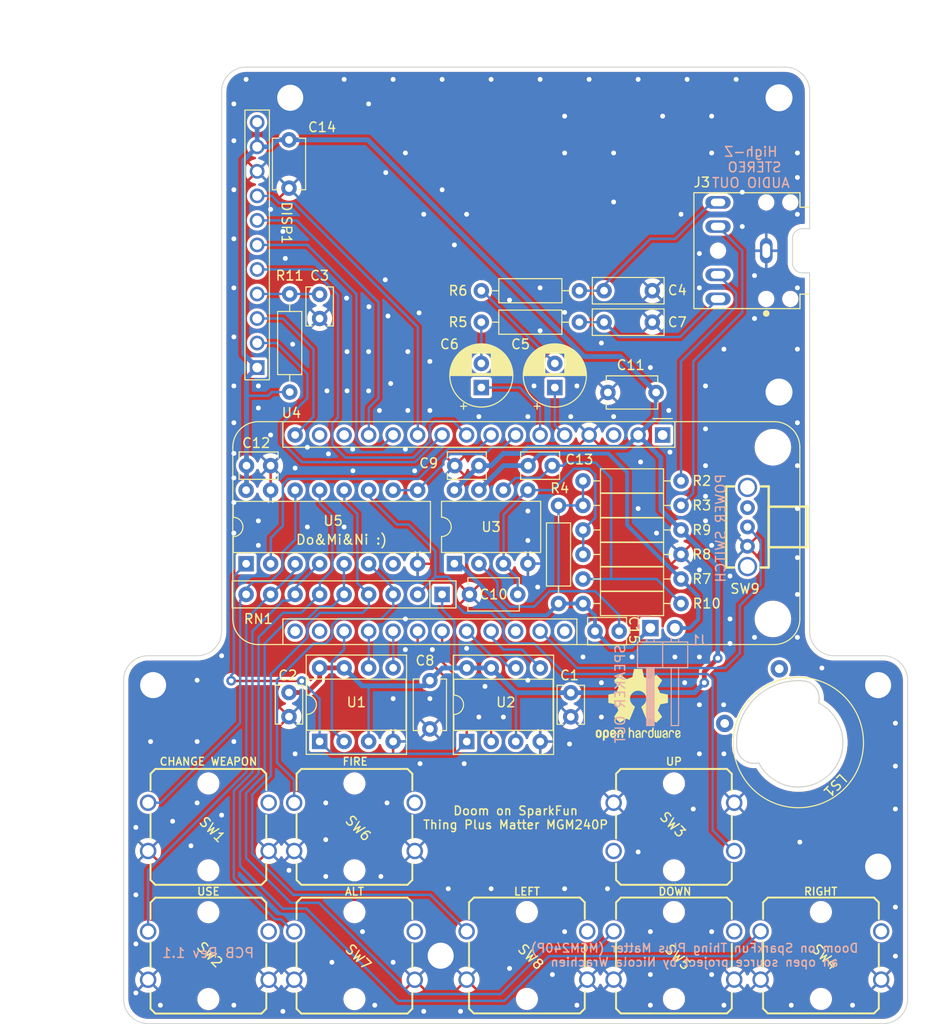
<source format=kicad_pcb>
(kicad_pcb (version 20221018) (generator pcbnew)
  (layers (0 "F.Cu" signal) (31 "B.Cu" signal) (34 "B.Paste" user) (35 "F.Paste" user) (36 "B.SilkS" user "B.Silkscreen") (37 "F.SilkS" user "F.Silkscreen") (38 "B.Mask" user) (39 "F.Mask" user) (44 "Edge.Cuts" user))
  (net 0 "")
  (net 1 "+3V3")
  (net 2 "GND")
  (net 3 "/RIGHT")
  (net 4 "Net-(C5-Pad2)")
  (net 5 "/LEFT")
  (net 6 "Net-(C6-Pad2)")
  (net 7 "Net-(C7-Pad1)")
  (net 8 "Net-(DISP1-nRESET)")
  (net 9 "/K0")
  (net 10 "/K1")
  (net 11 "Net-(C4-Pad1)")
  (net 12 "/K2")
  (net 13 "/K3")
  (net 14 "/SD_NCS")
  (net 15 "/DISP_MOSI")
  (net 16 "/SD_MISO")
  (net 17 "/DISP_SCK")
  (net 18 "/DISP_nCS")
  (net 20 "/MOSI_1")
  (net 22 "/MISO_1")
  (net 30 "Net-(SW9-B)")
  (net 36 "/MOSI_0")
  (net 37 "/MISO_0")
  (net 38 "/FLASH_NCS")
  (net 40 "/SCK_0")
  (net 41 "/SCK_1")
  (net 42 "Net-(U3A-+)")
  (net 43 "Net-(J3-Pad5)")
  (net 44 "Net-(J3-Pad4)")
  (net 45 "Net-(U3A--)")
  (net 46 "Net-(U3B--)")
  (net 47 "/DISPLAY_DC")
  (net 48 "/K7")
  (net 49 "/K6")
  (net 50 "/K5")
  (net 51 "/K4")
  (net 52 "/SR_D")
  (net 53 "/SR_CK")
  (net 57 "Net-(J1-Pin_2)")
  (net 58 "Net-(J1-Pin_1)")
  (footprint "Capacitor_THT:C_Disc_D5.1mm_W3.2mm_P5.00mm" (layer "F.Cu") (at 151.13 58.46 -90)
    (fp_text reference "C8")
    (fp_text value "10u")
  )
  (footprint "DoomWSTK:CUI_SJ1-3525NG" (layer "F.Cu") (at 186 13.93 180)
    (fp_text reference "J3")
    (fp_text value "SJ1-3525NG")
  )
  (footprint "DoomWSTK:SparkfunThingsPlusMatter" (layer "F.Cu") (at 175.26 33.02 -90)
    (fp_text reference "U4")
    (fp_text value "Sparkfun_Thing_Plus_Matter_MGM240P")
  )
  (footprint "DoomWSTK:C_Rect_L7.2mm_W2.5mm_P5.00mm_H6.5mm" (layer "F.Cu") (at 169.1875 21.336)
    (fp_text reference "C7")
    (fp_text value "47n")
  )
  (footprint "Capacitor_THT:C_Disc_D3.8mm_W2.6mm_P2.50mm" (layer "F.Cu") (at 139.7 18.455 -90)
    (fp_text reference "C3")
    (fp_text value "100n")
  )
  (footprint "DoomWSTK:B3F-405X" (layer "F.Cu") (at 128.169999 86.94)
    (fp_text reference "SW2")
    (fp_text value "B3F-405X" hide)
  )
  (footprint "DoomWSTK:OWS-1330TA-8" (layer "F.Cu") (at 189.331377 64.871377 -135)
    (fp_text reference "LS1")
    (fp_text value "Speaker")
    (fp_arc (start -4.999999 4) (mid -5.25314 2.579882) (end -4.38383 1.428745) (stroke (width 0.12)) (layer "Edge.Cuts"))
    (fp_arc (start -4.38383 1.428745) (mid 0 -4.610778) (end 4.38383 1.428745) (stroke (width 0.12)) (layer "Edge.Cuts"))
    (fp_arc (start 4.38383 1.428745) (mid 5.25314 2.579882) (end 4.999999 4) (stroke (width 0.12)) (layer "Edge.Cuts"))
    (fp_arc (start 4.999999 3.999999) (mid 0 6.414645) (end -4.999999 4) (stroke (width 0.12)) (layer "Edge.Cuts"))
  )
  (footprint "Capacitor_THT:C_Disc_D3.8mm_W2.6mm_P2.50mm" (layer "F.Cu") (at 136.525 59.69 -90)
    (fp_text reference "C2")
    (fp_text value "100n")
  )
  (footprint "Capacitor_THT:C_Disc_D3.8mm_W2.6mm_P2.50mm" (layer "F.Cu") (at 161.31 36.195)
    (fp_text reference "C13")
    (fp_text value "1n")
  )
  (footprint "DoomWSTK:Adafruit4311" (layer "F.Cu") (at 130.683 13.335 -90)
    (fp_text reference "DISP1")
    (fp_text value "Adafruit4311")
  )
  (footprint "DoomWSTK:MountingHole_2.7mm_M2.5_Pad" (layer "F.Cu") (at 152.25 86.95)
    (fp_text reference "H4" hide)
    (fp_text value "MountingHole_Pad")
  )
  (footprint "Capacitor_THT:C_Disc_D3.8mm_W2.6mm_P2.50mm" (layer "F.Cu") (at 156.21 36.195 180)
    (fp_text reference "C9")
    (fp_text value "100n")
  )
  (footprint "DoomWSTK:MountingHole_2.7mm_M2.5_Pad" (layer "F.Cu") (at 197.6 58.925)
    (fp_text reference "H2" hide)
    (fp_text value "MountingHole_Pad")
  )
  (footprint "DoomWSTK:R_Axial_DIN0207_L6.3mm_D2.5mm_P10.16mm_Horizontal_ExactSilkScreen" (layer "F.Cu") (at 156.4675 18.0775)
    (fp_text reference "R6")
    (fp_text value "330")
  )
  (footprint "Capacitor_THT:CP_Radial_D6.3mm_P2.50mm" (layer "F.Cu") (at 156.464 28.10638 90)
    (fp_text reference "C6")
    (fp_text value "100u")
  )
  (footprint "Capacitor_THT:C_Disc_D3.8mm_W2.6mm_P2.50mm" (layer "F.Cu") (at 170.75 53.34 180)
    (fp_text reference "C15")
    (fp_text value "100p")
  )
  (footprint "DoomWSTK:MountingHole_2.7mm_M2.5_Pad" (layer "F.Cu") (at 122.44 58.925)
    (fp_text reference "H5" hide)
    (fp_text value "MountingHole_Pad")
  )
  (footprint "Capacitor_THT:C_Disc_D5.1mm_W3.2mm_P5.00mm" (layer "F.Cu") (at 160.234 49.53 180)
    (fp_text reference "C10")
    (fp_text value "1u")
  )
  (footprint "DoomWSTK:B3F-405X" (layer "F.Cu") (at 143.309998 73.605)
    (fp_text reference "SW6")
    (fp_text value "B3F-405X" hide)
  )
  (footprint "DoomWSTK:B3F-405X" (layer "F.Cu") (at 191.669999 86.925)
    (fp_text reference "SW4")
    (fp_text value "B3F-405X" hide)
  )
  (footprint "DoomWSTK:R_Axial_DIN0207_L6.3mm_D2.5mm_P10.16mm_Horizontal_ExactSilkScreen" (layer "F.Cu") (at 177.165 47.9345 180)
    (fp_text reference "R7")
    (fp_text value "5k6")
  )
  (footprint "DoomWSTK:R_Axial_DIN0207_L6.3mm_D2.5mm_P10.16mm_Horizontal_ExactSilkScreen" (layer "F.Cu") (at 177.165 50.4745 180)
    (fp_text reference "R10")
    (fp_text value "5k6")
  )
  (footprint "DoomWSTK:ADAFRUIT_QSPI8_DIP" (layer "F.Cu") (at 139.7 64.76 90)
    (fp_text reference "U1")
    (fp_text value "W25Q64")
  )
  (footprint "Package_DIP:DIP-8_W7.62mm" (layer "F.Cu") (at 153.67 46.345 90)
    (fp_text reference "U3")
    (fp_text value "TLV4112")
  )
  (footprint "Capacitor_THT:C_Disc_D5.1mm_W3.2mm_P5.00mm" (layer "F.Cu") (at 174.585 28.615 180)
    (fp_text reference "C11")
    (fp_text value "10u")
  )
  (footprint "DoomWSTK:B3F-405X" (layer "F.Cu") (at 128.169999 73.605)
    (fp_text reference "SW1")
    (fp_text value "B3F-405X" hide)
  )
  (footprint "Package_DIP:DIP-16_W7.62mm" (layer "F.Cu") (at 132.08 46.355 90)
    (fp_text reference "U5")
    (fp_text value "74HC165")
  )
  (footprint "Symbol:OSHW-Logo2_9.8x8mm_SilkScreen" (layer "F.Cu") (at 172.72 60.96)
    (fp_text reference "REF**" hide)
    (fp_text value "OSHW-Logo2_9.8x8mm_SilkScreen" hide)
  )
  (footprint "DoomWSTK:R_Axial_DIN0207_L6.3mm_D2.5mm_P10.16mm_Horizontal_ExactSilkScreen" (layer "F.Cu") (at 177.165 45.3945 180)
    (fp_text reference "R8")
    (fp_text value "18k")
  )
  (footprint "Resistor_THT:R_Array_SIP9" (layer "F.Cu") (at 152.4 49.53 180)
    (fp_text reference "RN1")
    (fp_text value "R_Network08")
  )
  (footprint "Capacitor_THT:C_Disc_D5.1mm_W3.2mm_P5.00mm" (layer "F.Cu") (at 136.525 2.453 -90)
    (fp_text reference "C14")
    (fp_text value "10u")
  )
  (footprint "DoomWSTK:MountingHole_2.7mm_M2.5_Pad" (layer "F.Cu") (at 136.652 -1.905)
    (fp_text reference "H1" hide)
    (fp_text value "MountingHole_Pad")
  )
  (footprint "Capacitor_THT:C_Disc_D3.8mm_W2.6mm_P2.50mm" (layer "F.Cu") (at 132.12 36.195)
    (fp_text reference "C12")
    (fp_text value "100n")
  )
  (footprint "Capacitor_THT:CP_Radial_D6.3mm_P2.50mm" (layer "F.Cu") (at 164.084 28.10638 90)
    (fp_text reference "C5")
    (fp_text value "100u")
  )
  (footprint "Capacitor_THT:C_Disc_D3.8mm_W2.6mm_P2.50mm" (layer "F.Cu") (at 165.735 59.71 -90)
    (fp_text reference "C1")
    (fp_text value "100n")
  )
  (footprint "DoomWSTK:B3F-405X" (layer "F.Cu") (at 176.429999 86.925)
    (fp_text reference "SW5")
    (fp_text value "B3F-405X" hide)
  )
  (footprint "DoomWSTK:R_Axial_DIN0207_L6.3mm_D2.5mm_P10.16mm_Horizontal_ExactSilkScreen" (layer "F.Cu") (at 164.465 50.4745 90)
    (fp_text reference "R4")
    (fp_text value "5k6")
  )
  (footprint "DoomWSTK:B3F-405X" (layer "F.Cu") (at 161.189999 86.925)
    (fp_text reference "SW8")
    (fp_text value "B3F-405X" hide)
  )
  (footprint "DoomWSTK:R_Axial_DIN0207_L6.3mm_D2.5mm_P10.16mm_Horizontal_ExactSilkScreen" (layer "F.Cu") (at 136.6 18.415 -90)
    (fp_text reference "R11")
    (fp_text value "18k")
  )
  (footprint "DoomWSTK:B3F-405X" (layer "F.Cu") (at 143.309998 86.94)
    (fp_text reference "SW7")
    (fp_text value "B3F-405X" hide)
  )
  (footprint "DoomWSTK:C_Rect_L7.2mm_W2.5mm_P5.00mm_H6.5mm" (layer "F.Cu") (at 169.1875 18.0775)
    (fp_text reference "C4")
    (fp_text value "47n")
  )
  (footprint "DoomWSTK:R_Axial_DIN0207_L6.3mm_D2.5mm_P10.16mm_Horizontal_ExactSilkScreen" (layer "F.Cu") (at 156.464 21.336)
    (fp_text reference "R5")
    (fp_text value "330")
  )
  (footprint "DoomWSTK:MountingHole_2.7mm_M2.5_Pad" (layer "F.Cu") (at 197.6 77.725)
    (fp_text reference "H3" hide)
    (fp_text value "MountingHole_Pad")
  )
  (footprint "DoomWSTK:R_Axial_DIN0207_L6.3mm_D2.5mm_P10.16mm_Horizontal_ExactSilkScreen" (layer "F.Cu") (at 177.165 40.3145 180)
    (fp_text reference "R3")
    (fp_text value "18k")
  )
  (footprint "DoomWSTK:R_Axial_DIN0207_L6.3mm_D2.5mm_P10.16mm_Horizontal_ExactSilkScreen" (layer "F.Cu") (at 177.165 37.7745 180)
    (fp_text reference "R2")
    (fp_text value "18k")
  )
  (footprint "DoomWSTK:R_Axial_DIN0207_L6.3mm_D2.5mm_P10.16mm_Horizontal_ExactSilkScreen" (layer "F.Cu") (at 167.005 42.8545)
    (fp_text reference "R9")
    (fp_text value "18k")
  )
  (footprint "DoomWSTK:ADAFRUIT_QSPI8_DIP" (layer "F.Cu") (at 154.95 64.77 90)
    (fp_text reference "U2")
    (fp_text value "W25Q64")
  )
  (footprint "DoomWSTK:B3F-405X" (layer "F.Cu") (at 176.429999 73.605 180)
    (fp_text reference "SW3")
    (fp_text value "B3F-405X" hide)
  )
  (footprint "DoomWSTK:OS102011MA1QN1" (layer "F.Cu") (at 184.055 42.545 -90)
    (fp_text reference "SW9")
    (fp_text value "OS102011MA1QN1" hide)
  )
  (footprint "Connector_PinHeader_2.54mm:PinHeader_1x02_P2.54mm_Horizontal" (layer "B.Cu") (at 173.99 53.0145 -90)
    (fp_text reference "J1")
    (fp_text value "Conn_01x02_Pin" hide)
  )
  (gr_arc (start 129.54 53.34) (mid 128.796051 55.136051) (end 127 55.88) (stroke (width 0.1)) (layer "Edge.Cuts"))
  (gr_line (start 190.5 16.2306) (end 190.5 53.34) (stroke (width 0.1)) (layer "Edge.Cuts"))
  (gr_line (start 127 55.88) (end 121.92 55.88) (stroke (width 0.1)) (layer "Edge.Cuts"))
  (gr_arc (start 189.738 16.2306) (mid 189.019579 15.933021) (end 188.722 15.2146) (stroke (width 0.1)) (layer "Edge.Cuts"))
  (gr_line (start 129.54 53.34) (end 129.54 -2.54) (stroke (width 0.1)) (layer "Edge.Cuts"))
  (gr_arc (start 119.38 58.42) (mid 120.123949 56.623949) (end 121.92 55.88) (stroke (width 0.1)) (layer "Edge.Cuts"))
  (gr_line (start 119.38 68.58) (end 119.38 58.42) (stroke (width 0.1)) (layer "Edge.Cuts"))
  (gr_line (start 119.38 91.44) (end 119.38 68.58) (stroke (width 0.1)) (layer "Edge.Cuts"))
  (gr_arc (start 188.722 12.6746) (mid 189.019579 11.956179) (end 189.738 11.6586) (stroke (width 0.1)) (layer "Edge.Cuts"))
  (gr_line (start 188.722 15.2146) (end 188.722 12.6746) (stroke (width 0.1)) (layer "Edge.Cuts"))
  (gr_arc (start 129.54 -2.54) (mid 130.283949 -4.336051) (end 132.08 -5.08) (stroke (width 0.1)) (layer "Edge.Cuts"))
  (gr_line (start 198.12 93.98) (end 121.92 93.98) (stroke (width 0.1)) (layer "Edge.Cuts"))
  (gr_arc (start 193.04 55.88) (mid 191.243949 55.136051) (end 190.5 53.34) (stroke (width 0.1)) (layer "Edge.Cuts"))
  (gr_line (start 200.66 58.42) (end 200.66 68.58) (stroke (width 0.1)) (layer "Edge.Cuts"))
  (gr_arc (start 187.96 -5.08) (mid 189.756051 -4.336051) (end 190.5 -2.54) (stroke (width 0.1)) (layer "Edge.Cuts"))
  (gr_line (start 132.08 -5.08) (end 187.96 -5.08) (stroke (width 0.1)) (layer "Edge.Cuts"))
  (gr_arc (start 198.12 55.88) (mid 199.916051 56.623949) (end 200.66 58.42) (stroke (width 0.1)) (layer "Edge.Cuts"))
  (gr_line (start 189.738 11.6586) (end 190.5 11.6586) (stroke (width 0.1)) (layer "Edge.Cuts"))
  (gr_arc (start 121.92 93.98) (mid 120.123949 93.236051) (end 119.38 91.44) (stroke (width 0.1)) (layer "Edge.Cuts"))
  (gr_line (start 200.66 68.58) (end 200.66 91.44) (stroke (width 0.1)) (layer "Edge.Cuts"))
  (gr_line (start 193.04 55.88) (end 198.12 55.88) (stroke (width 0.1)) (layer "Edge.Cuts"))
  (gr_line (start 190.5 16.2306) (end 189.738 16.2306) (stroke (width 0.1)) (layer "Edge.Cuts"))
  (gr_line (start 190.5 -2.54) (end 190.5 11.6586) (stroke (width 0.1)) (layer "Edge.Cuts"))
  (gr_arc (start 200.66 91.44) (mid 199.916051 93.236051) (end 198.12 93.98) (stroke (width 0.1)) (layer "Edge.Cuts"))
  (gr_text "SPEAKER OUT" (at 171.45 54.61 90) (layer "B.SilkS") (effects (font (size 1 1)) (justify left bottom mirror)))
  (gr_text "POWER SWITCH" (at 181.864 42.672 90) (layer "B.SilkS") (effects (font (size 1 1)) (justify bottom mirror)))
  (gr_text "High-Z\nSTEREO \nAUDIO OUT" (at 184.404 7.493) (layer "B.SilkS") (effects (font (size 1 1)) (justify bottom mirror)))
  (gr_text "PCB Rev 1.1" (at 133 87.25) (layer "B.SilkS") (effects (font (size 1 1)) (justify left bottom mirror)))
  (gr_text "Doom on SparkFun Thing Plus Matter (MGM240P)\nan open source project by Nicola Wrachien" (at 178.562 88.138) (layer "B.SilkS") (effects (font (size 0.9 0.9)) (justify bottom mirror)))
  (gr_text "DOWN" (at 176.53 80.772) (layer "F.SilkS") (effects (font (size 0.8 0.8)) (justify bottom)))
  (gr_text "CHANGE WEAPON" (at 128.169999 67.31) (layer "F.SilkS") (effects (font (size 0.8 0.8)) (justify bottom)))
  (gr_text "USE" (at 128.169999 80.772) (layer "F.SilkS") (effects (font (size 0.8 0.8)) (justify bottom)))
  (gr_text "ALT" (at 143.309998 80.772) (layer "F.SilkS") (effects (font (size 0.8 0.8)) (justify bottom)))
  (gr_text "Doom on SparkFun\nThing Plus Matter MGM240P" (at 160.02 73.914) (layer "F.SilkS") (effects (font (size 0.9 0.9) (thickness 0.15) bold) (justify bottom)))
  (gr_text "Do&Mi&Ni :)" (at 137.16 44.45) (layer "F.SilkS") (effects (font (size 1 1)) (justify left bottom)))
  (gr_text "FIRE" (at 143.383 67.31) (layer "F.SilkS") (effects (font (size 0.8 0.8)) (justify bottom)))
  (gr_text "RIGHT" (at 191.643 80.772) (layer "F.SilkS") (effects (font (size 0.8 0.8)) (justify bottom)))
  (gr_text "UP" (at 176.429999 67.31) (layer "F.SilkS") (effects (font (size 0.8 0.8)) (justify bottom)))
  (gr_text "LEFT" (at 161.189999 80.772) (layer "F.SilkS") (effects (font (size 0.8 0.8)) (justify bottom)))
  (segment (start 179.578 57.531) (end 180.975 56.134) (width 0.5) (layer "F.Cu") (net 1))
  (segment (start 136.525 59.69) (end 138.43 59.69) (width 0.5) (layer "F.Cu") (net 1))
  (segment (start 179.578 58.674) (end 179.578 57.531) (width 0.5) (layer "F.Cu") (net 1))
  (segment (start 139.7 58.42) (end 139.7 57.14) (width 0.5) (layer "F.Cu") (net 1))
  (segment (start 139.7 57.14) (end 142.24 57.14) (width 0.5) (layer "F.Cu") (net 1))
  (segment (start 138.43 59.69) (end 139.7 58.42) (width 0.5) (layer "F.Cu") (net 1))
  (via (at 180.975 56.134) (size 1) (drill 0.5) (layers "F.Cu" "B.Cu") (net 1))
  (via (at 179.578 58.674) (size 1) (drill 0.5) (layers "F.Cu" "B.Cu") (net 1))
  (segment (start 131.826 24.638) (end 133.223 26.035) (width 0.5) (layer "B.Cu") (net 1))
  (segment (start 157.48 36.195) (end 158.75 34.925) (width 0.5) (layer "B.Cu") (net 1))
  (segment (start 174.585 31.155) (end 172.72 33.02) (width 0.5) (layer "B.Cu") (net 1))
  (segment (start 173.97 59.71) (end 173.99 59.69) (width 0.5) (layer "B.Cu") (net 1))
  (segment (start 132.12 36.195) (end 132.12 33.055) (width 0.5) (layer "B.Cu") (net 1))
  (segment (start 144.693 2.453) (end 136.525 2.453) (width 0.5) (layer "B.Cu") (net 1))
  (segment (start 173.99 59.69) (end 178.562 59.69) (width 0.5) (layer "B.Cu") (net 1))
  (segment (start 175.0695 40.759) (end 177.165 42.8545) (width 0.5) (layer "B.Cu") (net 1))
  (segment (start 152.44 57.15) (end 151.13 58.46) (width 0.5) (layer "B.Cu") (net 1))
  (segment (start 132.12 28.956) (end 132.12 27.138) (width 0.5) (layer "B.Cu") (net 1))
  (segment (start 175.0695 35.3695) (end 175.0695 36.83) (width 0.5) (layer "B.Cu") (net 1))
  (segment (start 144.78 64.76) (end 144.78 59.0296) (width 0.25) (layer "B.Cu") (net 1))
  (segment (start 170.862 24.892) (end 174.585 28.615) (width 0.5) (layer "B.Cu") (net 1))
  (segment (start 134.747 28.575) (end 134.366 28.956) (width 0.25) (layer "B.Cu") (net 1))
  (segment (start 156.21 36.195) (end 157.48 36.195) (width 0.5) (layer "B.Cu") (net 1))
  (segment (start 174.585 28.615) (end 174.585 31.155) (width 0.5) (layer "B.Cu") (net 1))
  (segment (start 165.735 59.71) (end 160.05 59.71) (width 0.5) (layer "B.Cu") (net 1))
  (segment (start 158.75 34.925) (end 160.655 34.925) (width 0.5) (layer "B.Cu") (net 1))
  (segment (start 145.161 2.921) (end 144.693 2.453) (width 0.5) (layer "B.Cu") (net 1))
  (segment (start 161.29 34.29) (end 171.196 34.29) (width 0.5) (layer "B.Cu") (net 1))
  (segment (start 178.562 59.69) (end 179.578 58.674) (width 0.5) (layer "B.Cu") (net 1))
  (segment (start 132.12 38.695) (end 132.08 38.735) (width 0.5) (layer "B.Cu") (net 1))
  (segment (start 153.67 52.324) (end 153.67 57.15) (width 0.25) (layer "B.Cu") (net 1))
  (segment (start 160.655 34.925) (end 161.29 34.29) (width 0.5) (layer "B.Cu") (net 1))
  (segment (start 132.12 36.195) (end 132.12 38.695) (width 0.5) (layer "B.Cu") (net 1))
  (segment (start 133.223 3.175) (end 131.826 4.572) (width 0.5) (layer "B.Cu") (net 1))
  (segment (start 171.196 34.29) (end 171.45 34.29) (width 0.5) (layer "B.Cu") (net 1))
  (segment (start 132.12 33.055) (end 132.12 28.956) (width 0.5) (layer "B.Cu") (net 1))
  (segment (start 144.78 59.0296) (end 144.7546 59.0042) (width 0.25) (layer "B.Cu") (net 1))
  (segment (start 136.525 2.453) (end 135.295 2.453) (width 0.5) (layer "B.Cu") (net 1))
  (segment (start 165.735 59.71) (end 173.97 59.71) (width 0.5) (layer "B.Cu") (net 1))
  (segment (start 171.45 34.29) (end 172.72 33.02) (width 0.5) (layer "B.Cu") (net 1))
  (segment (start 172.72 33.02) (end 175.0695 35.3695) (width 0.5) (layer "B.Cu") (net 1))
  (segment (start 135.295 2.453) (end 134.573 3.175) (width 0.5) (layer "B.Cu") (net 1))
  (segment (start 145.161 2.921) (end 167.132 24.892) (width 0.5) (layer "B.Cu") (net 1))
  (segment (start 153.68 38.725) (end 156.21 36.195) (width 0.5) (layer "B.Cu") (net 1))
  (segment (start 134.366 28.956) (end 132.12 28.956) (width 0.25) (layer "B.Cu") (net 1))
  (segment (start 180.975 46.6645) (end 177.165 42.8545) (width 0.5) (layer "B.Cu") (net 1))
  (segment (start 167.132 24.892) (end 170.862 24.892) (width 0.5) (layer "B.Cu") (net 1))
  (segment (start 160.05 59.71) (end 157.49 57.15) (width 0.5) (layer "B.Cu") (net 1))
  (segment (start 131.826 4.572) (end 131.826 24.638) (width 0.5) (layer "B.Cu") (net 1))
  (segment (start 153.67 38.725) (end 153.68 38.725) (width 0.5) (layer "B.Cu") (net 1))
  (segment (start 144.7546 59.0042) (end 144.1042 59.0042) (width 0.5) (layer "B.Cu") (net 1))
  (segment (start 175.0695 40.759) (end 175.0695 36.83) (width 0.5) (layer "B.Cu") (net 1))
  (segment (start 144.1042 59.0042) (end 142.24 57.14) (width 0.5) (layer "B.Cu") (net 1))
  (segment (start 152.4 49.53) (end 152.4 51.054) (width 0.25) (layer "B.Cu") (net 1))
  (segment (start 154.95 57.15) (end 153.67 57.15) (width 0.5) (layer "B.Cu") (net 1))
  (segment (start 152.4 51.054) (end 153.67 52.324) (width 0.25) (layer "B.Cu") (net 1))
  (segment (start 136.6 28.575) (end 134.747 28.575) (width 0.25) (layer "B.Cu") (net 1))
  (segment (start 133.223 3.175) (end 133.223 0.635) (width 0.5) (layer "B.Cu") (net 1))
  (segment (start 180.975 50.165) (end 180.975 46.99) (width 0.5) (layer "B.Cu") (net 1))
  (segment (start 160.05 64.75) (end 160.05 59.71) (width 0.25) (layer "B.Cu") (net 1))
  (segment (start 132.12 27.138) (end 133.223 26.035) (width 0.5) (layer "B.Cu") (net 1))
  (segment (start 157.49 57.15) (end 154.95 57.15) (width 0.5) (layer "B.Cu") (net 1))
  (segment (start 180.975 50.165) (end 180.975 56.134) (width 0.5) (layer "B.Cu") (net 1))
  (segment (start 153.67 57.15) (end 152.44 57.15) (width 0.5) (layer "B.Cu") (net 1))
  (segment (start 151.13 58.46) (end 150.5858 59.0042) (width 0.5) (layer "B.Cu") (net 1))
  (segment (start 150.5858 59.0042) (end 144.7546 59.0042) (width 0.5) (layer "B.Cu") (net 1))
  (segment (start 134.573 3.175) (end 133.223 3.175) (width 0.5) (layer "B.Cu") (net 1))
  (segment (start 152.049997 86.95) (end 149.559997 89.44) (width 0.25) (layer "F.Cu") (net 2))
  (segment (start 152.25 86.95) (end 152.049997 86.95) (width 0.25) (layer "F.Cu") (net 2))
  (segment (start 134.62 38.735) (end 134.62 36.195) (width 0.25) (layer "F.Cu") (net 2))
  (via (at 162.56 22.225) (size 1) (drill 0.5) (layers "F.Cu" "B.Cu") (net 2))
  (via (at 189.23 36.195) (size 1) (drill 0.5) (layers "F.Cu" "B.Cu") (net 2))
  (via (at 156.21 31.115) (size 1) (drill 0.5) (layers "F.Cu" "B.Cu") (net 2))
  (via (at 132.08 -3.81) (size 1) (drill 0.5) (layers "F.Cu" "B.Cu") (net 2))
  (via (at 181.61 92.075) (size 1) (drill 0.5) (layers "F.Cu" "B.Cu") (net 2))
  (via (at 133.35 30.226) (size 1) (drill 0.5) (layers "F.Cu" "B.Cu") (net 2))
  (via (at 179.07 60.96) (size 1) (drill 0.5) (layers "F.Cu" "B.Cu") (net 2))
  (via (at 127 71.12) (size 1) (drill 0.5) (layers "F.Cu" "B.Cu") (net 2))
  (via (at 189.23 31.75) (size 1) (drill 0.5) (layers "F.Cu" "B.Cu") (net 2))
  (via (at 189.23 40.64) (size 1) (drill 0.5) (layers "F.Cu" "B.Cu") (net 2))
  (via (at 168.91 23.495) (size 1) (drill 0.5) (layers "F.Cu" "B.Cu") (net 2))
  (via (at 146.558 5.842) (size 1) (drill 0.5) (layers "F.Cu" "B.Cu") (net 2))
  (via (at 170.18 3.81) (size 1) (drill 0.5) (layers "F.Cu" "B.Cu") (net 2))
  (via (at 149.5552 36.7284) (size 1) (drill 0.5) (layers "F.Cu" "B.Cu") (net 2))
  (via (at 133.35 44.45) (size 1) (drill 0.5) (layers "F.Cu" "B.Cu") (net 2))
  (via (at 143.129 34.4932) (size 1) (drill 0.5) (layers "F.Cu" "B.Cu") (net 2))
  (via (at 130.81 34.925) (size 1) (drill 0.5) (layers "F.Cu" "B.Cu") (net 2))
  (via (at 182.88 -3.81) (size 1) (drill 0.5) (layers "F.Cu" "B.Cu") (net 2))
  (via (at 161.925 27.94) (size 1) (drill 0.5) (layers "F.Cu" "B.Cu") (net 2))
  (via (at 165.608 65.024) (size 1) (drill 0.5) (layers "F.Cu" "B.Cu") (net 2))
  (via (at 178.435 71.755) (size 1) (drill 0.5) (layers "F.Cu" "B.Cu") (net 2))
  (via (at 144.145 84.455) (size 1) (drill 0.5) (layers "F.Cu" "B.Cu") (net 2))
  (via (at 177.8 -3.81) (size 1) (drill 0.5) (layers "F.Cu" "B.Cu") (net 2))
  (via (at 135.89 92.71) (size 1) (drill 0.5) (layers "F.Cu" "B.Cu") (net 2))
  (via (at 157.48 -3.81) (size 1) (drill 0.5) (layers "F.Cu" "B.Cu") (net 2))
  (via (at 165.1 3.81) (size 1) (drill 0.5) (layers "F.Cu" "B.Cu") (net 2))
  (via (at 130.81 43.18) (size 1) (drill 0.5) (layers "F.Cu" "B.Cu") (net 2))
  (via (at 146.7866 20.701) (size 1) (drill 0.5) (layers "F.Cu" "B.Cu") (net 2))
  (via (at 130.81 12.7) (size 1) (drill 0.5) (layers "F.Cu" "B.Cu") (net 2))
  (via (at 179.705 32.385) (size 1) (drill 0.5) (layers "F.Cu" "B.Cu") (net 2))
  (via (at 148.844 24.384) (size 1) (drill 0.5) (layers "F.Cu" "B.Cu") (net 2))
  (via (at 156.845 59.055) (size 1) (drill 0.5) (layers "F.Cu" "B.Cu") (net 2))
  (via (at 150.0124 20.3708) (size 1) (drill 0.5) (layers "F.Cu" "B.Cu") (net 2))
  (via (at 136.525 78.105) (size 1) (drill 0.5) (layers "F.Cu" "B.Cu") (net 2))
  (via (at 144.78 -1.27) (size 1) (drill 0.5) (layers "F.Cu" "B.Cu") (net 2))
  (via (at 182.245 52.07) (size 1) (drill 0.5) (layers "F.Cu" "B.Cu") (net 2))
  (via (at 179.705 27.94) (size 1) (drill 0.5) (layers "F.Cu" "B.Cu") (net 2))
  (via (at 159.385 88.265) (size 1) (drill 0.5) (layers "F.Cu" "B.Cu") (net 2))
  (via (at 161.29 58.42) (size 1) (drill 0.5) (layers "F.Cu" "B.Cu") (net 2))
  (via (at 179.705 41.91) (size 1) (drill 0.5) (layers "F.Cu" "B.Cu") (net 2))
  (via (at 177.165 10.16) (size 1) (drill 0.5) (layers "F.Cu" "B.Cu") (net 2))
  (via (at 172.974 35.814) (size 1) (drill 0.5) (layers "F.Cu" "B.Cu") (net 2))
  (via (at 130.81 2.54) (size 1) (drill 0.5) (layers "F.Cu" "B.Cu") (net 2))
  (via (at 120.65 85.725) (size 1) (drill 0.5) (layers "F.Cu" "B.Cu") (net 2))
  (via (at 182.245 54.61) (size 1) (drill 0.5) (layers "F.Cu" "B.Cu") (net 2))
  (via (at 162.306 48.768) (size 1) (drill 0.5) (layers "F.Cu" "B.Cu") (net 2))
  (via (at 153.67 13.335) (size 1) (drill 0.5) (layers "F.Cu" "B.Cu") (net 2))
  (via (at 144.8054 19.7358) (size 1) (drill 0.5) (layers "F.Cu" "B.Cu") (net 2))
  (via (at 140.97 87.63) (size 1) (drill 0.5) (layers "F.Cu" "B.Cu") (net 2))
  (via (at 152.4 -3.81) (size 1) (drill 0.5) (layers "F.Cu" "B.Cu") (net 2))
  (via (at 189.23 49.53) (size 1) (drill 0.5) (layers "F.Cu" "B.Cu") (net 2))
  (via (at 151.13 60.325) (size 1) (drill 0.5) (layers "F.Cu" "B.Cu") (net 2))
  (via (at 127 64.77) (size 1) (drill 0.5) (layers "F.Cu" "B.Cu") (net 2))
  (via (at 159.385 19.05) (size 1) (drill 0.5) (layers "F.Cu" "B.Cu") (net 2))
  (via (at 165.1 84.455) (size 1) (drill 0.5) (layers "F.Cu" "B.Cu") (net 2))
  (via (at 191.77 57.15) (size 1) (drill 0.5) (layers "F.Cu" "B.Cu") (net 2))
  (via (at 179.07 14.224) (size 1) (drill 0.5) (layers "F.Cu" "B.Cu") (net 2))
  (via (at 182.245 47.625) (size 1) (drill 0.5) (layers "F.Cu" "B.Cu") (net 2))
  (via (at 120.65 90.805) (size 1) (drill 0.5) (layers "F.Cu" "B.Cu") (net 2))
  (via (at 194.945 92.075) (size 1) (drill 0.5) (layers "F.Cu" "B.Cu") (net 2))
  (via (at 181.61 66.04) (size 1) (drill 0.5) (layers "F.Cu" "B.Cu") (net 2))
  (via (at 183.515 11.43) (size 1) (drill 0.5) (layers "F.Cu" "B.Cu") (net 2))
  (via (at 156.21 62.23) (size 1) (drill 0.5) (layers "F.Cu" "B.Cu") (net 2))
  (via (at 148.59 52.07) (size 1) (drill 0.5) (layers "F.Cu" "B.Cu") (net 2))
  (via (at 180.34 88.9) (size 1) (drill 0.5) (layers "F.Cu" "B.Cu") (net 2))
  (via (at 199.39 67.31) (size 1) (drill 0.5) (layers "F.Cu" "B.Cu") (net 2))
  (via (at 172.72 -3.81) (size 1) (drill 0.5) (layers "F.Cu" "B.Cu") (net 2))
  (via (at 122.174 64.77) (size 1) (drill 0.5) (layers "F.Cu" "B.Cu") (net 2))
  (via (at 150.495 92.71) (size 1) (drill 0.5) (layers "F.Cu" "B.Cu") (net 2))
  (via (at 130.81 22.86) (size 1) (drill 0.5) (layers "F.Cu" "B.Cu") (net 2))
  (via (at 177.546 58.674) (size 1) (drill 0.5) (layers "F.Cu" "B.Cu") (net 2))
  (via (at 144.78 28.448) (size 1) (drill 0.5) (layers "F.Cu" "B.Cu") (net 2))
  (via (at 189.23 45.72) (size 1) (drill 0.5) (layers "F.Cu" "B.Cu") (net 2))
  (via (at 161.29 43.942) (size 1) (drill 0.5) (layers "F.Cu" "B.Cu") (net 2))
  (via (at 188.595 92.075) (size 1) (drill 0.5) (layers "F.Cu" "B.Cu") (net 2))
  (via (at 134.62 9.652) (size 1) (drill 0.5) (layers "F.Cu" "B.Cu") (net 2))
  (via (at 199.39 86.995) (size 1) (drill 0.5) (layers "F.Cu" "B.Cu") (net 2))
  (via (at 124.46 73.025) (size 1) (drill 0.5) (layers "F.Cu" "B.Cu") (net 2))
  (via (at 142.5448 24.384) (size 1) (drill 0.5) (layers "F.Cu" "B.Cu") (net 2))
  (via (at 130.81 7.62) (size 1) (drill 0.5) (layers "F.Cu" "B.Cu") (net 2))
  (via (at 134.62 33.02) (size 1) (drill 0.5) (layers "F.Cu" "B.Cu") (net 2))
  (via (at 130.81 40.005) (size 1) (drill 0.5) (layers "F.Cu" "B.Cu") (net 2))
  (via (at 179.705 36.195) (size 1) (drill 0.5) (layers "F.Cu" "B.Cu") (net 2))
  (via (at 138.43 34.29) (size 1) (drill 0.5) (layers "F.Cu" "B.Cu") (net 2))
  (via (at 129.54 72.39) (size 1) (drill 0.5) (layers "F.Cu" "B.Cu") (net 2))
  (via (at 147.32 60.325) (size 1) (drill 0.5) (layers "F.Cu" "B.Cu") (net 2))
  (via (at 172.72 40.64) (size 1) (drill 0.5) (layers "F.Cu" "B.Cu") (net 2))
  (via (at 175.895 30.48) (size 1) (drill 0.5) (layers "F.Cu" "B.Cu") (net 2))
  (via (at 184.785 20.955) (size 1) (drill 0.5) (layers "F.Cu" "B.Cu") (net 2))
  (via (at 179.07 46.99) (size 1) (drill 0.5) (layers "F.Cu" "B.Cu") (net 2))
  (via (at 123.19 92.075) (size 1) (drill 0.5) (layers "F.Cu" "B.Cu") (net 2))
  (via (at 176.022 34.798) (size 1) (drill 0.5) (layers "F.Cu" "B.Cu") (net 2))
  (via (at 130.81 -1.27) (size 1) (drill 0.5) (layers "F.Cu" "B.Cu") (net 2))
  (via (at 189.484 75.184) (size 1) (drill 0.5) (layers "F.Cu" "B.Cu") (net 2))
  (via (at 126.365 75.565) (size 1) (drill 0.5) (layers "F.Cu" "B.Cu") (net 2))
  (via (at 142.24 -3.81) (size 1) (drill 0.5) (layers "F.Cu" "B.Cu") (net 2))
  (via (at 120.65 80.645) (size 1) (drill 0.5) (layers "F.Cu" "B.Cu") (net 2))
  (via (at 143.1544 36.7284) (size 1) (drill 0.5) (layers "F.Cu" "B.Cu") (net 2))
  (via (at 152.4 7.62) (size 1) (drill 0.5) (layers "F.Cu" "B.Cu") (net 2))
  (via (at 176.53 56.007) (size 1) (drill 0.5) (layers "F.Cu" "B.Cu") (net 2))
  (via (at 148.59 3.81) (size 1) (drill 0.5) (layers "F.Cu" "B.Cu") (net 2))
  (via (at 189.23 3.81) (size 1) (drill 0.5) (layers "F.Cu" "B.Cu") (net 2))
  (via (at 170.18 8.89) (size 1) (drill 0.5) (layers "F.Cu" "B.Cu") (net 2))
  (via (at 165.1 0) (size 1) (drill 0.5) (layers "F.Cu" "B.Cu") (net 2))
  (via (at 151.13 25.4) (size 1) (drill 0.5) (layers "F.Cu" "B.Cu") (net 2))
  (via (at 173.99 92.075) (size 1) (drill 0.5) (layers "F.Cu" "B.Cu") (net 2))
  (via (at 130.81 31.75) (size 1) (drill 0.5) (layers "F.Cu" "B.Cu") (net 2))
  (via (at 168.91 62.23) (size 1) (drill 0.5) (layers "F.Cu" "B.Cu") (net 2))
  (via (at 146.685 71.12) (size 1) (drill 0.5) (layers "F.Cu" "B.Cu") (net 2))
  (via (at 179.07 17.78) (size 1) (drill 0.5) (layers "F.Cu" "B.Cu") (net 2))
  (via (at 170.18 31.115) (size 1) (drill 0.5) (layers "F.Cu" "B.Cu") (net 2))
  (via (at 161.29 40.894) (size 1) (drill 0.5) (layers "F.Cu" "B.Cu") (net 2))
  (via (at 179.07 66.04) (size 1) (drill 0.5) (layers "F.Cu" "B.Cu") (net 2))
  (via (at 140.335 71.12) (size 1) (drill 0.5) (layers "F.Cu" "B.Cu") (net 2))
  (via (at 127 58.42) (size 1) (drill 0.5) (layers "F.Cu" "B.Cu") (net 2))
  (via (at 133.35 41.91) (size 1) (drill 0.5) (layers "F.Cu" "B.Cu") (net 2))
  (via (at 165.735 31.115) (size 1) (drill 0.5) (layers "F.Cu" "B.Cu") (net 2))
  (via (at 145.415 92.075) (size 1) (drill 0.5) (layers "F.Cu" "B.Cu") (net 2))
  (via (at 189.23 24.13) (size 1) (drill 0.5) (layers "F.Cu" "B.Cu") (net 2))
  (via (at 154.94 10.16) (size 1) (drill 0.5) (layers "F.Cu" "B.Cu") (net 2))
  (via (at 130.81 64.77) (size 1) (drill 0.5) (layers "F.Cu" "B.Cu") (net 2))
  (via (at 137.16 36.449) (size 1) (drill 0.5) (layers "F.Cu" "B.Cu") (net 2))
  (via (at 162.56 17.78) (size 1) (drill 0.5) (layers "F.Cu" "B.Cu") (net 2))
  (via (at 199.39 81.915) (size 1) (drill 0.5) (layers "F.Cu" "B.Cu") (net 2))
  (via (at 148.844 30.48) (size 1) (drill 0.5) (layers "F.Cu" "B.Cu") (net 2))
  (via (at 145.8976 30.48) (size 1) (drill 0.5) (layers "F.Cu" "B.Cu") (net 2))
  (via (at 189.23 17.78) (size 1) (drill 0.5) (layers "F.Cu" "B.Cu") (net 2))
  (via (at 162.56 -3.81) (size 1) (drill 0.5) (layers "F.Cu" "B.Cu") (net 2))
  (via (at 148.59 55.245) (size 1) (drill 0.5) (layers "F.Cu" "B.Cu") (net 2))
  (via (at 140.335 74.93) (size 1) (drill 0.5) (layers "F.Cu" "B.Cu") (net 2))
  (via (at 181.583887 60.96) (size 1) (drill 0.5) (layers "F.Cu" "B.Cu") (net 2))
  (via (at 157.48 80.01) (size 1) (drill 0.5) (layers "F.Cu" "B.Cu") (net 2))
  (via (at 140.462 28.448) (size 1) (drill 0.5) (layers "F.Cu" "B.Cu") (net 2))
  (via (at 147.32 87.63) (size 1) (drill 0.5) (layers "F.Cu" "B.Cu") (net 2))
  (via (at 165.1 80.01) (size 1) (drill 0.5) (layers "F.Cu" "B.Cu") (net 2))
  (via (at 130.81 92.075) (size 1) (drill 0.5) (layers "F.Cu" "B.Cu") (net 2))
  (via (at 166.37 92.075) (size 1) (drill 0.5) (layers "F.Cu" "B.Cu") (net 2))
  (via (at 184.785 16.51) (size 1) (drill 0.5) (layers "F.Cu" "B.Cu") (net 2))
  (via (at 133.35 27.94) (size 1) (drill 0.5) (layers "F.Cu" "B.Cu") (net 2))
  (via (at 144.78 24.384) (size 1) (drill 0.5) (layers "F.Cu" "B.Cu") (net 2))
  (via (at 140.6144 34.9758) (size 1) (drill 0.5) (layers "F.Cu" "B.Cu") (net 2))
  (via (at 181.61 24.13) (size 1) (drill 0.5) (layers "F.Cu" "B.Cu") (net 2))
  (via (at 175.26 0) (size 1) (drill 0.5) (layers "F.Cu" "B.Cu") (net 2))
  (via (at 179.07 56.007) (size 1) (drill 0.5) (layers "F.Cu" "B.Cu") (net 2))
  (via (at 165.1 20.32) (size 1) (drill 0.5) (layers "F.Cu" "B.Cu") (net 2))
  (via (at 199.39 62.865) (size 1) (drill 0.5) (layers "F.Cu" "B.Cu") (net 2))
  (via (at 136.906 23.622) (size 1) (drill 0.5) (layers "F.Cu" "B.Cu") (net 2))
  (via (at 130.81 17.78) (size 1) (drill 0.5) (layers "F.Cu" "B.Cu") (net 2))
  (via (at 130.81 37.465) (size 1) (drill 0.5) (layers "F.Cu" "B.Cu") (net 2))
  (via (at 167.64 -3.81) (size 1) (drill 0.5) (layers "F.Cu" "B.Cu") (net 2))
  (via (at 179.705 39.37) (size 1) (drill 0.5) (layers "F.Cu" "B.Cu") (net 2))
  (via (at 147.066 27.686) (size 1) (drill 0.5) (layers "F.Cu" "B.Cu") (net 2))
  (via (at 142.494 18.8468) (size 1) (drill 0.5) (layers "F.Cu" "B.Cu") (net 2))
  (via (at 151.13 30.48) (size 1) (drill 0.5) (layers "F.Cu" "B.Cu") (net 2))
  (via (at 173.99 84.455) (size 1) (drill 0.5) (layers "F.Cu" "B.Cu") (net 2))
  (via (at 167.005 56.007) (size 1) (drill 0.5) (layers "F.Cu" "B.Cu") (net 2))
  (via (at 151.384 55.245) (size 1) (drill 0.5) (layers "F.Cu" "B.Cu") (net 2))
  (via (at 146.05 78.74) (size 1) (drill 0.5) (layers "F.Cu" "B.Cu") (net 2))
  (via (at 137.16 66.04) (size 1) (drill 0.5) (layers "F.Cu" "B.Cu") (net 2))
  (via (at 148.59 34.4932) (size 1) (drill 0.5) (layers "F.Cu" "B.Cu") (net 2))
  (via (at 150.495 10.16) (size 1) (drill 0.5) (layers "F.Cu" "B.Cu") (net 2))
  (via (at 180.34 44.45) (size 1) (drill 0.5) (layers "F.Cu" "B.Cu") (net 2))
  (via (at 163.83 88.9) (size 1) (drill 0.5) (layers "F.Cu" "B.Cu") (net 2))
  (via (at 172.085 56.007) (size 1) (drill 0.5) (layers "F.Cu" "B.Cu") (net 2))
  (via (at 140.335 78.74) (size 1) (drill 0.5) (layers "F.Cu" "B.Cu") (net 2))
  (via (at 147.32 -3.81) (size 1) (drill 0.5) (layers "F.Cu" "B.Cu") (net 2))
  (via (at 189.23 10.16) (size 1) (drill 0.5) (layers "F.Cu" "B.Cu") (net 2))
  (via (at 138.43 42.545) (size 1) (drill 0.5) (layers "F.Cu" "B.Cu") (net 2))
  (via (at 173.99 88.9) (size 1) (drill 0.5) (layers "F.Cu" "B.Cu") (net 2))
  (via (at 180.34 3.81) (size 1) (drill 0.5) (layers "F.Cu" "B.Cu") (net 2))
  (via (at 183.515 7.874) (size 1) (drill 0.5) (layers "F.Cu" "B.Cu") (net 2))
  (via (at 161.29 31.115) (size 1) (drill 0.5) (layers "F.Cu" "B.Cu") (net 2))
  (via (at 166.37 27.94) (size 1) (drill 0.5) (layers "F.Cu" "B.Cu") (net 2))
  (via (at 154.94 55.118) (size 1) (drill 0.5) (layers "F.Cu" "B.Cu") (net 2))
  (via (at 130.81 27.94) (size 1) (drill 0.5) (layers "F.Cu" "B.Cu") (net 2))
  (via (at 120.65 73.66) (size 1) (drill 0.5) (layers "F.Cu" "B.Cu") (net 2))
  (via (at 189.23 53.975) (size 1) (drill 0.5) (layers "F.Cu" "B.Cu") (net 2))
  (via (at 199.39 71.755) (size 1) (drill 0.5) (layers "F.Cu" "B.Cu") (net 2))
  (via (at 142.5448 28.448) (size 1) (drill 0.5) (layers "F.Cu" "B.Cu") (net 2))
  (via (at 180.34 0) (size 1) (drill 0.5) (layers "F.Cu" "B.Cu") (net 2))
  (via (at 180.34 84.455) (size 1) (drill 0.5) (layers "F.Cu" "B.Cu") (net 2))
  (via (at 158.75 62.23) (size 1) (drill 0.5) (layers "F.Cu" "B.Cu") (net 2))
  (via (at 184.785 53.975) (size 1) (drill 0.5) (layers "F.Cu" "B.Cu") (net 2))
  (via (at 154.686 67.056) (size 1) (drill 0.5) (layers "F.Cu" "B.Cu") (net 2))
  (via (at 189.23 6.35) (size 1) (drill 0.5) (layers "F.Cu" "B.Cu") (net 2))
  (via (at 168.91 58.674) (size 1) (drill 0.5) (layers "F.Cu" "B.Cu") (net 2))
  (via (at 169.545 80.01) (size 1) (drill 0.5) (layers "F.Cu" "B.Cu") (net 2))
  (via (at 146.5072 16.9418) (size 1) (drill 0.5) (layers "F.Cu" "B.Cu") (net 2))
  (via (at 174.625 43.18) (size 1) (drill 0.5) (layers "F.Cu" "B.Cu") (net 2))
  (via (at 129.54 55.88) (size 1) (drill 0.5) (layers "F.Cu" "B.Cu") (net 2))
  (via (at 136.144 14.732) (size 1) (drill 0.5) (layers "F.Cu" "B.Cu") (net 2))
  (via (at 154.305 92.71) (size 1) (drill 0.5) (layers "F.Cu" "B.Cu") (net 2))
  (via (at 173.99 26.035) (size 1) (drill 0.5) (layers "F.Cu" "B.Cu") (net 2))
  (via (at 135.89 11.938) (size 1) (drill 0.5) (layers "F.Cu" "B.Cu") (net 2))
  (via (at 172.72 76.2) (size 1) (drill 0.5) (layers "F.Cu" "B.Cu") (net 2))
  (via (at 153.035 80.01) (size 1) (drill 0.5) (layers "F.Cu" "B.Cu") (net 2))
  (via (at 150.114 67.056) (size 1) (drill 0.5) (layers "F.Cu" "B.Cu") (net 2))
  (via (at 142.24 42.545) (size 1) (drill 0.5) (layers "F.Cu" "B.Cu") (net 2))
  (segment (start 160.44038 28.10638) (end 162.56 30.226) (width 0.25) (layer "B.Cu") (net 3))
  (segment (start 156.464 28.10638) (end 160.44038 28.10638) (width 0.25) (layer "B.Cu") (net 3))
  (segment (start 162.56 30.226) (end 162.56 33.02) (width 0.25) (layer "B.Cu") (net 3))
  (segment (start 156.55512 18.0775) (end 164.084 25.60638) (width 0.25) (layer "B.Cu") (net 4))
  (segment (start 156.4875 18.0775) (end 156.5275 18.0775) (width 0.25) (layer "B.Cu") (net 4))
  (segment (start 156.4675 18.0775) (end 156.55512 18.0775) (width 0.25) (layer "B.Cu") (net 4))
  (segment (start 164.084 32.004) (end 165.1 33.02) (width 0.25) (layer "B.Cu") (net 5))
  (segment (start 164.084 28.10638) (end 164.084 32.004) (width 0.25) (layer "B.Cu") (net 5))
  (segment (start 156.464 25.60638) (end 156.464 21.336) (width 0.25) (layer "B.Cu") (net 6))
  (segment (start 172.212 22.87) (end 177.06 22.87) (width 0.25) (layer "B.Cu") (net 7))
  (segment (start 177.06 22.87) (end 181 18.93) (width 0.25) (layer "B.Cu") (net 7))
  (segment (start 170.7215 22.87) (end 172.212 22.87) (width 0.25) (layer "B.Cu") (net 7))
  (segment (start 169.1875 21.2325) (end 170.825 22.87) (width 0.25) (layer "B.Cu") (net 7))
  (segment (start 170.825 22.87) (end 172.212 22.87) (width 0.25) (layer "B.Cu") (net 7))
  (segment (start 166.624 21.336) (end 169.1875 21.336) (width 0.25) (layer "B.Cu") (net 7))
  (segment (start 169.1875 21.336) (end 170.7215 22.87) (width 0.25) (layer "B.Cu") (net 7))
  (segment (start 136.6 18.415) (end 139.66 18.415) (width 0.25) (layer "B.Cu") (net 8))
  (segment (start 139.66 18.415) (end 139.7 18.455) (width 0.25) (layer "B.Cu") (net 8))
  (segment (start 136.395 18.415) (end 136.62 18.64) (width 0.25) (layer "B.Cu") (net 8))
  (segment (start 136.62 18.64) (end 136.545 18.565) (width 0.25) (layer "B.Cu") (net 8))
  (segment (start 136.6 18.415) (end 133.223 18.415) (width 0.25) (layer "B.Cu") (net 8))
  (segment (start 153.797 48.514) (end 153.797 50.546) (width 0.25) (layer "B.Cu") (net 9))
  (segment (start 151.6888 47.7012) (end 151.6888 45.0342) (width 0.25) (layer "B.Cu") (net 9))
  (segment (start 149.86 49.53) (end 151.6888 47.7012) (width 0.25) (layer "B.Cu") (net 9))
  (segment (start 151.6888 47.7012) (end 152.9842 47.7012) (width 0.25) (layer "B.Cu") (net 9))
  (segment (start 152.9842 47.7012) (end 153.797 48.514) (width 0.25) (layer "B.Cu") (net 9))
  (segment (start 161.945 54.61) (end 159.405 54.61) (width 0.25) (layer "B.Cu") (net 9))
  (segment (start 158.77 53.975) (end 158.77 52.705) (width 0.25) (layer "B.Cu") (net 9))
  (segment (start 180.45 73.970002) (end 180.45 58.312501) (width 0.25) (layer "B.Cu") (net 9))
  (segment (start 182.679998 76.2) (end 180.45 73.970002) (width 0.25) (layer "B.Cu") (net 9))
  (segment (start 180.45 58.312501) (end 179.912499 57.775) (width 0.25) (layer "B.Cu") (net 9))
  (segment (start 147.706 42.286) (end 144.8 39.38) (width 0.25) (layer "B.Cu") (net 9))
  (segment (start 154.686 51.435) (end 157.5 51.435) (width 0.25) (layer "B.Cu") (net 9))
  (segment (start 144.8 39.38) (end 144.8 38.735) (width 0.25) (layer "B.Cu") (net 9))
  (segment (start 165.11 57.775) (end 161.945 54.61) (width 0.25) (layer "B.Cu") (net 9))
  (segment (start 148.9406 42.286) (end 147.706 42.286) (width 0.25) (layer "B.Cu") (net 9))
  (segment (start 158.77 52.705) (end 157.5 51.435) (width 0.25) (layer "B.Cu") (net 9))
  (segment (start 151.6888 45.0342) (end 148.9406 42.286) (width 0.25) (layer "B.Cu") (net 9))
  (segment (start 179.912499 57.775) (end 165.11 57.775) (width 0.25) (layer "B.Cu") (net 9))
  (segment (start 153.797 50.546) (end 154.686 51.435) (width 0.25) (layer "B.Cu") (net 9))
  (segment (start 159.405 54.61) (end 158.77 53.975) (width 0.25) (layer "B.Cu") (net 9))
  (segment (start 139.72 51.435) (end 144.165 51.435) (width 0.25) (layer "B.Cu") (net 10))
  (segment (start 144.8 50.8) (end 144.8 49.53) (width 0.25) (layer "B.Cu") (net 10))
  (segment (start 142.26 39.84) (end 142.26 38.735) (width 0.25) (layer "B.Cu") (net 10))
  (segment (start 151.18 80.645) (end 136.979998 80.645) (width 0.25) (layer "B.Cu") (net 10))
  (segment (start 143.62 41.2) (end 142.26 39.84) (width 0.25) (layer "B.Cu") (net 10))
  (segment (start 144.8 49.53) (end 143.62 48.35) (width 0.25) (layer "B.Cu") (net 10))
  (segment (start 134.64 68.326) (end 134.64 57.785) (width 0.25) (layer "B.Cu") (net 10))
  (segment (start 138.45 52.705) (end 139.72 51.435) (width 0.25) (layer "B.Cu") (net 10))
  (segment (start 138.45 53.975) (end 138.45 52.705) (width 0.25) (layer "B.Cu") (net 10))
  (segment (start 136.979998 80.645) (end 132.715 76.380002) (width 0.25) (layer "B.Cu") (net 10))
  (segment (start 144.165 51.435) (end 144.8 50.8) (width 0.25) (layer "B.Cu") (net 10))
  (segment (start 134.64 57.785) (end 138.45 53.975) (width 0.25) (layer "B.Cu") (net 10))
  (segment (start 132.715 76.380002) (end 132.715 70.251) (width 0.25) (layer "B.Cu") (net 10))
  (segment (start 154.96 84.425) (end 151.18 80.645) (width 0.25) (layer "B.Cu") (net 10))
  (segment (start 132.715 70.251) (end 134.64 68.326) (width 0.25) (layer "B.Cu") (net 10))
  (segment (start 143.62 48.35) (end 143.62 41.2) (width 0.25) (layer "B.Cu") (net 10))
  (segment (start 176.57 12.7) (end 180.34 8.93) (width 0.25) (layer "B.Cu") (net 11))
  (segment (start 169.1875 18.0775) (end 169.1875 17.5025) (width 0.25) (layer "B.Cu") (net 11))
  (segment (start 169.2075 18.0775) (end 166.6475 18.0775) (width 0.25) (layer "B.Cu") (net 11))
  (segment (start 180.34 8.93) (end 181 8.93) (width 0.25) (layer "B.Cu") (net 11))
  (segment (start 173.99 12.7) (end 176.57 12.7) (width 0.25) (layer "B.Cu") (net 11))
  (segment (start 169.1875 17.5025) (end 173.99 12.7) (width 0.25) (layer "B.Cu") (net 11))
  (segment (start 138.329501 82.068501) (end 147.886 91.625) (width 0.25) (layer "B.Cu") (net 12))
  (segment (start 163.48 86.995) (end 182.85 86.995) (width 0.25) (layer "B.Cu") (net 12))
  (segment (start 141.02 41.4) (end 141.02 47) (width 0.25) (layer "B.Cu") (net 12))
  (segment (start 131.445 69.997) (end 131.445 77.650002) (width 0.25) (layer "B.Cu") (net 12))
  (segment (start 139.72 49.53) (end 137.815 51.435) (width 0.25) (layer "B.Cu") (net 12))
  (segment (start 139.72 38.735) (end 139.72 40.1) (width 0.25) (layer "B.Cu") (net 12))
  (segment (start 133.37 53.975) (end 133.37 68.072) (width 0.25) (layer "B.Cu") (net 12))
  (segment (start 135.91 51.435) (end 133.37 53.975) (width 0.25) (layer "B.Cu") (net 12))
  (segment (start 137.815 51.435) (end 135.91 51.435) (width 0.25) (layer "B.Cu") (net 12))
  (segment (start 135.863499 82.068501) (end 138.329501 82.068501) (width 0.25) (layer "B.Cu") (net 12))
  (segment (start 182.85 86.995) (end 185.42 84.425) (width 0.25) (layer "B.Cu") (net 12))
  (segment (start 139.72 40.1) (end 141.02 41.4) (width 0.25) (layer "B.Cu") (net 12))
  (segment (start 131.445 77.650002) (end 135.863499 82.068501) (width 0.25) (layer "B.Cu") (net 12))
  (segment (start 147.886 91.625) (end 158.85 91.625) (width 0.25) (layer "B.Cu") (net 12))
  (segment (start 139.72 48.3) (end 139.72 49.53) (width 0.25) (layer "B.Cu") (net 12))
  (segment (start 133.37 68.072) (end 131.445 69.997) (width 0.25) (layer "B.Cu") (net 12))
  (segment (start 141.02 47) (end 139.72 48.3) (width 0.25) (layer "B.Cu") (net 12))
  (segment (start 158.85 91.625) (end 163.48 86.995) (width 0.25) (layer "B.Cu") (net 12))
  (segment (start 123.225 71.105) (end 121.92 71.105) (width 0.25) (layer "B.Cu") (net 13))
  (segment (start 135.82 45.2) (end 135.82 47) (width 0.25) (layer "B.Cu") (net 13))
  (segment (start 137.18 38.735) (end 137.18 43.84) (width 0.25) (layer "B.Cu") (net 13))
  (segment (start 131.465 62.865) (end 123.225 71.105) (width 0.25) (layer "B.Cu") (net 13))
  (segment (start 137.18 43.84) (end 135.82 45.2) (width 0.25) (layer "B.Cu") (net 13))
  (segment (start 131.465 50.145) (end 131.465 62.865) (width 0.25) (layer "B.Cu") (net 13))
  (segment (start 134.62 48.2) (end 132.82 48.2) (width 0.25) (layer "B.Cu") (net 13))
  (segment (start 132.1 48.92) (end 132.82 48.2) (width 0.25) (layer "B.Cu") (net 13))
  (segment (start 135.82 47) (end 134.62 48.2) (width 0.25) (layer "B.Cu") (net 13))
  (segment (start 132.08 49.53) (end 131.465 50.145) (width 0.25) (layer "B.Cu") (net 13))
  (segment (start 132.1 49.53) (end 132.1 48.92) (width 0.25) (layer "B.Cu") (net 13))
  (segment (start 135.7825 31.8575) (end 135.7825 33.7625) (width 0.25) (layer "B.Cu") (net 14))
  (segment (start 138.43 29.21) (end 135.7825 31.8575) (width 0.25) (layer "B.Cu") (net 14))
  (segment (start 135.7825 33.7625) (end 137.8467 35.8267) (width 0.25) (layer "B.Cu") (net 14))
  (segment (start 135.255 23.495) (end 138.43 26.67) (width 0.25) (layer "B.Cu") (net 14))
  (segment (start 149.5933 35.8267) (end 152.4 33.02) (width 0.25) (layer "B.Cu") (net 14))
  (segment (start 138.43 26.67) (end 138.43 29.21) (width 0.25) (layer "B.Cu") (net 14))
  (segment (start 137.8467 35.8267) (end 149.5933 35.8267) (width 0.25) (layer "B.Cu") (net 14))
  (segment (start 133.223 23.495) (end 135.255 23.495) (width 0.25) (layer "B.Cu") (net 14))
  (segment (start 143.51 18.415) (end 143.51 33.528) (width 0.25) (layer "B.Cu") (net 15))
  (segment (start 143.51 33.528) (end 144.2185 34.2365) (width 0.25) (layer "B.Cu") (net 15))
  (segment (start 133.243 13.335) (end 138.43 13.335) (width 0.25) (layer "B.Cu") (net 15))
  (segment (start 144.2185 34.2365) (end 146.1235 34.2365) (width 0.25) (layer "B.Cu") (net 15))
  (segment (start 146.1235 34.2365) (end 147.34 33.02) (width 0.25) (layer "B.Cu") (net 15))
  (segment (start 138.43 13.335) (end 143.51 18.415) (width 0.25) (layer "B.Cu") (net 15))
  (segment (start 144.8 33.02) (end 144.8 30.206) (width 0.25) (layer "B.Cu") (net 16))
  (segment (start 137.3124 10.795) (end 133.243 10.795) (width 0.25) (layer "B.Cu") (net 16))
  (segment (start 144.8 30.206) (end 145.796 29.21) (width 0.25) (layer "B.Cu") (net 16))
  (segment (start 145.796 19.2786) (end 137.3124 10.795) (width 0.25) (layer "B.Cu") (net 16))
  (segment (start 145.796 29.21) (end 145.796 19.2786) (width 0.25) (layer "B.Cu") (net 16))
  (segment (start 137.0457 9.0043) (end 149.88 21.8386) (width 0.25) (layer "B.Cu") (net 17))
  (segment (start 134.747 8.255) (end 135.4963 9.0043) (width 0.25) (layer "B.Cu") (net 17))
  (segment (start 135.4963 9.0043) (end 137.0457 9.0043) (width 0.25) (layer "B.Cu") (net 17))
  (segment (start 149.88 21.8386) (end 149.88 33.02) (width 0.25) (layer "B.Cu") (net 17))
  (segment (start 133.243 8.255) (end 134.747 8.255) (width 0.25) (layer "B.Cu") (net 17))
  (segment (start 141.02 34) (end 142.3768 35.3568) (width 0.25) (layer "B.Cu") (net 18))
  (segment (start 141.605 18.5166) (end 141.605 31.215) (width 0.25) (layer "B.Cu") (net 18))
  (segment (start 151.62 31.6) (end 153.54 31.6) (width 0.25) (layer "B.Cu") (net 18))
  (segment (start 151.13 32.0802) (end 151.2102 32) (width 0.25) (layer "B.Cu") (net 18))
  (segment (start 151.2102 32) (end 151.22 32) (width 0.25) (layer "B.Cu") (net 18))
  (segment (start 141.605 31.215) (end 141.02 31.8) (width 0.25) (layer "B.Cu") (net 18))
  (segment (start 153.54 31.6) (end 154.96 33.02) (width 0.25) (layer "B.Cu") (net 18))
  (segment (start 142.3768 35.3568) (end 149.422278 35.3568) (width 0.25) (layer "B.Cu") (net 18))
  (segment (start 151.13 33.649078) (end 151.13 32.0802) (width 0.25) (layer "B.Cu") (net 18))
  (segment (start 141.02 31.8) (end 141.02 34) (width 0.25) (layer "B.Cu") (net 18))
  (segment (start 138.9634 15.875) (end 141.605 18.5166) (width 0.25) (layer "B.Cu") (net 18))
  (segment (start 133.223 15.875) (end 138.9634 15.875) (width 0.25) (layer "B.Cu") (net 18))
  (segment (start 149.422278 35.3568) (end 151.13 33.649078) (width 0.25) (layer "B.Cu") (net 18))
  (segment (start 151.22 32) (end 151.62 31.6) (width 0.25) (layer "B.Cu") (net 18))
  (segment (start 160.685 55.245) (end 162.59 57.15) (width 0.25) (layer "B.Cu") (net 20))
  (segment (start 157.5 53.34) (end 157.5 53.975) (width 0.25) (layer "B.Cu") (net 20))
  (segment (start 158.77 55.245) (end 160.685 55.245) (width 0.25) (layer "B.Cu") (net 20))
  (segment (start 157.5 53.975) (end 158.77 55.245) (width 0.25) (layer "B.Cu") (net 20))
  (segment (start 152.4 56.515) (end 152.4 53.34) (width 0.25) (layer "F.Cu") (net 22))
  (segment (start 157.49 64.77) (end 157.48 64.76) (width 0.25) (layer "F.Cu") (net 22))
  (segment (start 157.48 61.595) (end 152.4 56.515) (width 0.25) (layer "F.Cu") (net 22))
  (segment (start 157.48 64.76) (end 157.48 61.595) (width 0.25) (layer "F.Cu") (net 22))
  (segment (start 184.055 42.545) (end 185.42 43.91) (width 0.25) (layer "B.Cu") (net 30))
  (segment (start 166.39 57.15) (end 162.58 53.34) (width 0.25) (layer "B.Cu") (net 30))
  (segment (start 185.42 43.91) (end 185.42 48.514) (width 0.25) (layer "B.Cu") (net 30))
  (segment (start 181.737 57.15) (end 166.39 57.15) (width 0.25) (layer "B.Cu") (net 30))
  (segment (start 185.42 48.514) (end 183.261 50.673) (width 0.25) (layer "B.Cu") (net 30))
  (segment (start 183.261 50.673) (end 183.261 55.626) (width 0.25) (layer "B.Cu") (net 30))
  (segment (start 183.261 55.626) (end 181.737 57.15) (width 0.25) (layer "B.Cu") (net 30))
  (segment (start 147.34 53.34) (end 147.34 57.14) (width 0.25) (layer "B.Cu") (net 36))
  (segment (start 142.24 64.76) (end 140.97 63.49) (width 0.25) (layer "B.Cu") (net 37))
  (segment (start 142.24 55.245) (end 142.24 53.34) (width 0.25) (layer "B.Cu") (net 37))
  (segment (start 140.97 56.515) (end 142.24 55.245) (width 0.25) (layer "B.Cu") (net 37))
  (segment (start 140.97 63.49) (end 140.97 56.515) (width 0.25) (layer "B.Cu") (net 37))
  (segment (start 149.86 55.245) (end 154.95 60.335) (width 0.25) (layer "F.Cu") (net 38))
  (segment (start 137.8458 58.4962) (end 130.556 58.4962) (width 0.25) (layer "F.Cu") (net 38))
  (segment (start 130.556 58.4962) (end 130.5306 58.4708) (width 0.25) (layer "F.Cu") (net 38))
  (segment (start 154.95 60.335) (end 154.95 64.77) (width 0.25) (layer "F.Cu") (net 38))
  (segment (start 149.86 53.34) (end 149.86 55.245) (width 0.25) (layer "F.Cu") (net 38))
  (via (at 130.5306 58.4708) (size 1) (drill 0.5) (layers "F.Cu" "B.Cu") (net 38))
  (via (at 137.8458 58.4962) (size 1) (drill 0.5) (layers "F.Cu" "B.Cu") (net 38))
  (segment (start 139.7 60.3504) (end 137.8458 58.4962) (width 0.25) (layer "B.Cu") (net 38))
  (segment (start 139.72 64.77) (end 140.99 66.04) (width 0.25) (layer "B.Cu") (net 38))
  (segment (start 139.7 64.76) (end 139.7 60.3504) (width 0.25) (layer "B.Cu") (net 38))
  (segment (start 140.99 66.04) (end 149.88 66.04) (width 0.25) (layer "B.Cu") (net 38))
  (segment (start 139.72 64.76) (end 139.72 64.77) (width 0.25) (layer "B.Cu") (net 38))
  (segment (start 130.5306 57.912) (end 130.81 57.6326) (width 0.25) (layer "B.Cu") (net 38))
  (segment (start 153.7 66.04) (end 154.97 64.77) (width 0.25) (layer "B.Cu") (net 38))
  (segment (start 130.81 57.6326) (end 130.81 47.625) (width 0.25) (layer "B.Cu") (net 38))
  (segment (start 130.5306 58.4708) (end 130.5306 57.912) (width 0.25) (layer "B.Cu") (net 38))
  (segment (start 130.81 47.625) (end 132.08 46.355) (width 0.25) (layer "B.Cu") (net 38))
  (segment (start 149.88 66.04) (end 153.7 66.04) (width 0.25) (layer "B.Cu") (net 38))
  (segment (start 144.8 57.14) (end 144.8 53.34) (width 0.25) (layer "B.Cu") (net 40))
  (segment (start 158.135 55.88) (end 157.5 55.88) (width 0.25) (layer "B.Cu") (net 41))
  (segment (start 160.05 57.15) (end 159.405 57.15) (width 0.25) (layer "B.Cu") (net 41))
  (segment (start 159.405 57.15) (end 158.135 55.88) (width 0.25) (layer "B.Cu") (net 41))
  (segment (start 157.5 55.88) (end 154.96 53.34) (width 0.25) (layer "B.Cu") (net 41))
  (segment (start 167.025 43.18) (end 167.025 45.72) (width 0.25) (layer "B.Cu") (net 42))
  (segment (start 158.77 41.265) (end 158.77 46.345) (width 0.25) (layer "B.Cu") (net 42))
  (segment (start 167.64 36.5045) (end 168.275 37.1395) (width 0.25) (layer "B.Cu") (net 42))
  (segment (start 161.31 38.725) (end 158.77 41.265) (width 0.25) (layer "B.Cu") (net 42))
  (segment (start 158.77 46.355) (end 160.234 47.819) (width 0.25) (layer "B.Cu") (net 42))
  (segment (start 163.86 38.725) (end 164.485 38.1) (width 0.25) (layer "B.Cu") (net 42))
  (segment (start 168.275 37.1395) (end 168.275 41.5845) (width 0.25) (layer "B.Cu") (net 42))
  (segment (start 166.37 36.5045) (end 166.0605 36.5045) (width 0.25) (layer "B.Cu") (net 42))
  (segment (start 164.485 38.1) (end 164.485 38.08) (width 0.25) (layer "B.Cu") (net 42))
  (segment (start 161.31 38.725) (end 163.86 38.725) (width 0.25) (layer "B.Cu") (net 42))
  (segment (start 168.275 41.5845) (end 167.005 42.8545) (width 0.25) (layer "B.Cu") (net 42))
  (segment (start 166.0605 36.5045) (end 164.485 38.08) (width 0.25) (layer "B.Cu") (net 42))
  (segment (start 160.234 47.819) (end 160.234 49.53) (width 0.25) (layer "B.Cu") (net 42))
  (segment (start 166.37 36.5045) (end 167.64 36.5045) (width 0.25) (layer "B.Cu") (net 42))
  (segment (start 182.88 19.685) (end 177.165 25.4) (width 0.25) (layer "B.Cu") (net 43))
  (segment (start 182.88 18.31) (end 182.88 19.685) (width 0.25) (layer "B.Cu") (net 43))
  (segment (start 181 16.43) (end 182.88 18.31) (width 0.25) (layer "B.Cu") (net 43))
  (segment (start 177.165 25.4) (end 177.165 26) (width 0.25) (layer "B.Cu") (net 43))
  (segment (start 177.165 37.7745) (end 177.165 26) (width 0.25) (layer "B.Cu") (net 43))
  (segment (start 183.515 13.945) (end 181 11.43) (width 0.25) (layer "B.Cu") (net 44))
  (segment (start 183.515 20.32) (end 183.515 13.945) (width 0.25) (layer "B.Cu") (net 44))
  (segment (start 178.435 39.0445) (end 178.435 25.4) (width 0.25) (layer "B.Cu") (net 44))
  (segment (start 177.165 40.3145) (end 178.435 39.0445) (width 0.25) (layer "B.Cu") (net 44))
  (segment (start 178.435 25.4) (end 183.515 20.32) (width 0.25) (layer "B.Cu") (net 44))
  (segment (start 156.23 46.345) (end 158.135 48.25) (width 0.25) (layer "B.Cu") (net 45))
  (segment (start 170.75 51.6795) (end 170.75 53.0145) (width 0.25) (layer "B.Cu") (net 45))
  (segment (start 158.135 48.25) (end 158.135 49.53) (width 0.25) (layer "B.Cu") (net 45))
  (segment (start 159.405 50.8) (end 161.945 50.8) (width 0.25) (layer "B.Cu") (net 45))
  (segment (start 164.465 40.3145) (end 164.465 49.2045) (width 0.25) (layer "B.Cu") (net 45))
  (segment (start 164.465 49.2045) (end 168.275 49.2045) (width 0.25) (layer "B.Cu") (net 45))
  (segment (start 167.005 38.1) (end 167.005 40.64) (width 0.25) (layer "B.Cu") (net 45))
  (segment (start 164.465 40.3145) (end 167.005 40.3145) (width 0.25) (layer "B.Cu") (net 45))
  (segment (start 161.945 50.8) (end 163.5405 49.2045) (width 0.25) (layer "B.Cu") (net 45))
  (segment (start 163.5405 49.2045) (end 164.465 49.2045) (width 0.25) (layer "B.Cu") (net 45))
  (segment (start 158.135 49.53) (end 159.405 50.8) (width 0.25) (layer "B.Cu") (net 45))
  (segment (start 168.275 49.2045) (end 170.75 51.6795) (width 0.25) (layer "B.Cu") (net 45))
  (segment (start 167.005 47.9345) (end 169.926 47.9345) (width 0.25) (layer "B.Cu") (net 46))
  (segment (start 169.926 47.9345) (end 169.926 37.5005) (width 0.25) (layer "B.Cu") (net 46))
  (segment (start 174.645 47.9345) (end 177.185 50.4745) (width 0.25) (layer "B.Cu") (net 46))
  (segment (start 160.01 37.465) (end 158.75 38.725) (width 0.25) (layer "B.Cu") (net 46))
  (segment (start 163.81 36.195) (end 163.81 36.215) (width 0.25) (layer "B.Cu") (net 46))
  (segment (start 164.973 36.195) (end 163.81 36.195) (width 0.25) (layer "B.Cu") (net 46))
  (segment (start 165.2985 35.8695) (end 164.973 36.195) (width 0.25) (layer "B.Cu") (net 46))
  (segment (start 169.926 47.9345) (end 170.835 47.9345) (width 0.25) (layer "B.Cu") (net 46))
  (segment (start 170.835 47.9345) (end 174.645 47.9345) (width 0.25) (layer "B.Cu") (net 46))
  (segment (start 163.81 36.215) (end 162.56 37.465) (width 0.25) (layer "B.Cu") (net 46))
  (segment (start 169.926 37.5005) (end 168.295 35.8695) (width 0.25) (layer "B.Cu") (net 46))
  (segment (start 168.295 35.8695) (end 165.2985 35.8695) (width 0.25) (layer "B.Cu") (net 46))
  (segment (start 162.56 37.465) (end 160.01 37.465) (width 0.25) (layer "B.Cu") (net 46))
  (segment (start 133.223 20.955) (end 135.89 20.955) (width 0.25) (layer "B.Cu") (net 47))
  (segment (start 135.89 20.955) (end 139.065 24.13) (width 0.25) (layer "B.Cu") (net 47))
  (segment (start 139.065 31.115) (end 137.16 33.02) (width 0.25) (layer "B.Cu") (net 47))
  (segment (start 139.065 24.13) (end 139.065 31.115) (width 0.25) (layer "B.Cu") (net 47))
  (segment (start 135.277961 58.397039) (end 139.057961 54.617039) (width 0.25) (layer "B.Cu") (net 48))
  (segment (start 140.987039 53.972039) (end 140.987039 52.707961) (width 0.25) (layer "B.Cu") (net 48))
  (segment (start 147.34 50.8) (end 147.34 48.895) (width 0.25) (layer "B.Cu") (net 48))
  (segment (start 140.342039 54.617039) (end 140.987039 53.972039) (width 0.25) (layer "B.Cu") (net 48))
  (segment (start 135.277961 58.397039) (end 135.277961 66.951961) (width 0.25) (layer "B.Cu") (net 48))
  (segment (start 146.07 52.07) (end 147.34 50.8) (width 0.25) (layer "B.Cu") (net 48))
  (segment (start 139.057961 54.617039) (end 140.342039 54.617039) (width 0.25) (layer "B.Cu") (net 48))
  (segment (start 147.34 48.895) (end 144.8 46.355) (width 0.25) (layer "B.Cu") (net 48))
  (segment (start 140.987039 52.707961) (end 141.625 52.07) (width 0.25) (layer "B.Cu") (net 48))
  (segment (start 137.059999 68.733999) (end 137.059999 71.105) (width 0.25) (layer "B.Cu") (net 48))
  (segment (start 135.277961 66.951961) (end 137.059999 68.733999) (width 0.25) (layer "B.Cu") (net 48))
  (segment (start 141.625 52.07) (end 146.07 52.07) (width 0.25) (layer "B.Cu") (net 48))
  (segment (start 142.24 46.355) (end 142.22 46.375) (width 0.25) (layer "B.Cu") (net 49))
  (segment (start 140.99 50.8) (end 139.714078 50.8) (width 0.25) (layer "B.Cu") (net 49))
  (segment (start 136.545 52.07) (end 134.005 54.61) (width 0.25) (layer "B.Cu") (net 49))
  (segment (start 142.26 49.53) (end 140.99 50.8) (width 0.25) (layer "B.Cu") (net 49))
  (segment (start 134.005 54.61) (end 134.005 68.179) (width 0.25) (layer "B.Cu") (net 49))
  (segment (start 139.714078 50.8) (end 138.444078 52.07) (width 0.25) (layer "B.Cu") (net 49))
  (segment (start 134.005 68.179) (end 132.08 70.104) (width 0.25) (layer "B.Cu") (net 49))
  (segment (start 139.6365 81.4705) (end 149.091 90.925) (width 0.25) (layer "B.Cu") (net 49))
  (segment (start 163.275 86.1) (end 168.525 86.1) (width 0.25) (layer "B.Cu") (net 49))
  (segment (start 168.525 86.1) (end 170.2 84.425) (width 0.25) (layer "B.Cu") (net 49))
  (segment (start 132.08 76.835) (end 136.7155 81.4705) (width 0.25) (layer "B.Cu") (net 49))
  (segment (start 138.444078 52.07) (end 136.545 52.07) (width 0.25) (layer "B.Cu") (net 49))
  (segment (start 142.22 46.375) (end 142.22 49.49) (width 0.25) (layer "B.Cu") (net 49))
  (segment (start 136.7155 81.4705) (end 139.6365 81.4705) (width 0.25) (layer "B.Cu") (net 49))
  (segment (start 158.45 90.925) (end 163.275 86.1) (width 0.25) (layer "B.Cu") (net 49))
  (segment (start 142.22 49.49) (end 142.26 49.53) (width 0.25) (layer "B.Cu") (net 49))
  (segment (start 149.091 90.925) (end 158.45 90.925) (width 0.25) (layer "B.Cu") (net 49))
  (segment (start 132.08 70.104) (end 132.08 76.835) (width 0.25) (layer "B.Cu") (net 49))
  (segment (start 137.18 48.84) (end 139.665 46.355) (width 0.25) (layer "B.Cu") (net 50))
  (segment (start 132.735 67.945) (end 132.735 53.34) (width 0.25) (layer "B.Cu") (net 50))
  (segment (start 135.074998 83.185) (end 135.709998 83.185) (width 0.25) (layer "B.Cu") (net 50))
  (segment (start 130.81 69.87) (end 132.735 67.945) (width 0.25) (layer "B.Cu") (net 50))
  (segment (start 130.81 69.87) (end 130.81 78.920002) (width 0.25) (layer "B.Cu") (net 50))
  (segment (start 135.709998 83.185) (end 136.964998 84.44) (width 0.25) (layer "B.Cu") (net 50))
  (segment (start 139.665 46.355) (end 139.72 46.355) (width 0.25) (layer "B.Cu") (net 50))
  (segment (start 137.18 49.53) (end 137.18 48.84) (width 0.25) (layer "B.Cu") (net 50))
  (segment (start 136.545 50.165) (end 137.18 49.53) (width 0.25) (layer "B.Cu") (net 50))
  (segment (start 135.91 50.165) (end 136.545 50.165) (width 0.25) (layer "B.Cu") (net 50))
  (segment (start 130.81 78.920002) (end 135.074998 83.185) (width 0.25) (layer "B.Cu") (net 50))
  (segment (start 132.735 53.34) (end 135.91 50.165) (width 0.25) (layer "B.Cu") (net 50))
  (segment (start 137.18 46.355) (end 137.18 47.04) (width 0.25) (layer "B.Cu") (net 51))
  (segment (start 134.69 49.53) (end 134.64 49.53) (width 0.25) (layer "B.Cu") (net 51))
  (segment (start 137.18 47.04) (end 134.69 49.53) (width 0.25) (layer "B.Cu") (net 51))
  (segment (start 134.64 49.53) (end 132.1 52.07) (width 0.25) (layer "B.Cu") (net 51))
  (segment (start 132.1 52.07) (end 132.1 66.675) (width 0.25) (layer "B.Cu") (net 51))
  (segment (start 132.1 67.925) (end 121.92 78.105) (width 0.25) (layer "B.Cu") (net 51))
  (segment (start 132.1 66.675) (end 132.1 67.925) (width 0.25) (layer "B.Cu") (net 51))
  (segment (start 121.92 78.105) (end 121.92 84.44) (width 0.25) (layer "B.Cu") (net 51))
  (segment (start 158.77 34.29) (end 160.04 33.02) (width 0.25) (layer "B.Cu") (net 52))
  (segment (start 153.22 35) (end 156.845 35) (width 0.25) (layer "B.Cu") (net 52))
  (segment (start 157.555 34.29) (end 158.77 34.29) (width 0.25) (layer "B.Cu") (net 52))
  (segment (start 149.86 38.735) (end 152.53 36.065) (width 0.25) (layer "B.Cu") (net 52))
  (segment (start 152.53 35.69) (end 153.22 35) (width 0.25) (layer "B.Cu") (net 52))
  (segment (start 156.845 35) (end 157.555 34.29) (width 0.25) (layer "B.Cu") (net 52))
  (segment (start 152.53 36.065) (end 152.53 35.69) (width 0.25) (layer "B.Cu") (net 52))
  (segment (start 147.32 38.735) (end 149.86 38.735) (width 0.25) (layer "B.Cu") (net 52))
  (segment (start 135.89 38.1) (end 136.4234 37.5666) (width 0.25) (layer "B.Cu") (net 53))
  (segment (start 135.89 42.418) (end 135.89 38.1) (width 0.25) (layer "B.Cu") (net 53))
  (segment (start 134.64 43.668) (end 135.5852 42.7228) (width 0.25) (layer "B.Cu") (net 53))
  (segment (start 156.22 34.4) (end 157.5 33.12) (width 0.25) (layer "B.Cu") (net 53))
  (segment (start 153.1028 34.4) (end 156.22 34.4) (width 0.25) (layer "B.Cu") (net 53))
  (segment (start 134.64 46.355) (end 134.64 43.668) (width 0.25) (layer "B.Cu") (net 53))
  (segment (start 157.5 33.12) (end 157.5 33.02) (width 0.25) (layer "B.Cu") (net 53))
  (segment (start 149.9362 37.5666) (end 153.1028 34.4) (width 0.25) (layer "B.Cu") (net 53))
  (segment (start 136.4234 37.5666) (end 149.9362 37.5666) (width 0.25) (layer "B.Cu") (net 53))
  (segment (start 135.5852 42.7228) (end 135.89 42.418) (width 0.25) (layer "B.Cu") (net 53))
  (segment (start 178.054 53.0145) (end 176.53 53.0145) (width 0.4) (layer "B.Cu") (net 57))
  (segment (start 178.943 52.1255) (end 178.054 53.0145) (width 0.4) (layer "B.Cu") (net 57))
  (segment (start 177.165 47.9345) (end 178.943 49.7125) (width 0.4) (layer "B.Cu") (net 57))
  (segment (start 162.56 34.9432) (end 169.6347 34.9432) (width 0.4) (layer "B.Cu") (net 57))
  (segment (start 161.31 36.195) (end 162.56 34.945) (width 0.4) (layer "B.Cu") (net 57))
  (segment (start 171.577 42.3465) (end 177.165 47.9345) (width 0.4) (layer "B.Cu") (net 57))
  (segment (start 156.21 38.725) (end 156.22 38.725) (width 0.5) (layer "B.Cu") (net 57))
  (segment (start 178.943 49.7125) (end 178.943 52.1255) (width 0.4) (layer "B.Cu") (net 57))
  (segment (start 169.6347 34.9432) (end 169.77125 35.07975) (width 0.4) (layer "B.Cu") (net 57))
  (segment (start 171.577 36.8855) (end 171.577 42.3465) (width 0.4) (layer "B.Cu") (net 57))
  (segment (start 169.77125 35.07975) (end 171.577 36.8855) (width 0.4) (layer "B.Cu") (net 57))
  (segment (start 162.56 34.945) (end 162.56 34.9432) (width 0.4) (layer "B.Cu") (net 57))
  (segment (start 158.75 36.195) (end 161.31 36.195) (width 0.5) (layer "B.Cu") (net 57))
  (segment (start 156.22 38.725) (end 158.75 36.195) (width 0.5) (layer "B.Cu") (net 57))
  (segment (start 153.67 46.345) (end 154.168 46.345) (width 0.4) (layer "B.Cu") (net 58))
  (segment (start 159.512 51.689) (end 162.179 51.689) (width 0.4) (layer "B.Cu") (net 58))
  (segment (start 172.0135 54.991) (end 173.99 53.0145) (width 0.4) (layer "B.Cu") (net 58))
  (segment (start 154.168 46.345) (end 159.512 51.689) (width 0.4) (layer "B.Cu") (net 58))
  (segment (start 168.25 51.7195) (end 167.005 50.4745) (width 0.4) (layer "B.Cu") (net 58))
  (segment (start 167.005 50.4745) (end 164.465 50.4745) (width 0.4) (layer "B.Cu") (net 58))
  (segment (start 168.25 53.34) (end 169.901 54.991) (width 0.4) (layer "B.Cu") (net 58))
  (segment (start 168.25 51.7195) (end 168.25 53.34) (width 0.4) (layer "B.Cu") (net 58))
  (segment (start 163.2505 51.689) (end 164.465 50.4745) (width 0.4) (layer "B.Cu") (net 58))
  (segment (start 162.179 51.689) (end 163.2505 51.689) (width 0.4) (layer "B.Cu") (net 58))
  (segment (start 169.901 54.991) (end 172.0135 54.991) (width 0.4) (layer "B.Cu") (net 58))
  (zone (net 2) (net_name "GND") (layers "F&B.Cu") (connect_pads (clearance 0.3)) (min_thickness 0.25) (fill yes (thermal_gap 0.5) (thermal_bridge_width 0.254))
    (polygon (pts (xy 119.38 -5.08) (xy 200.66 -5.08) (xy 200.66 93.98) (xy 119.38 93.98)))
  )
)
</source>
